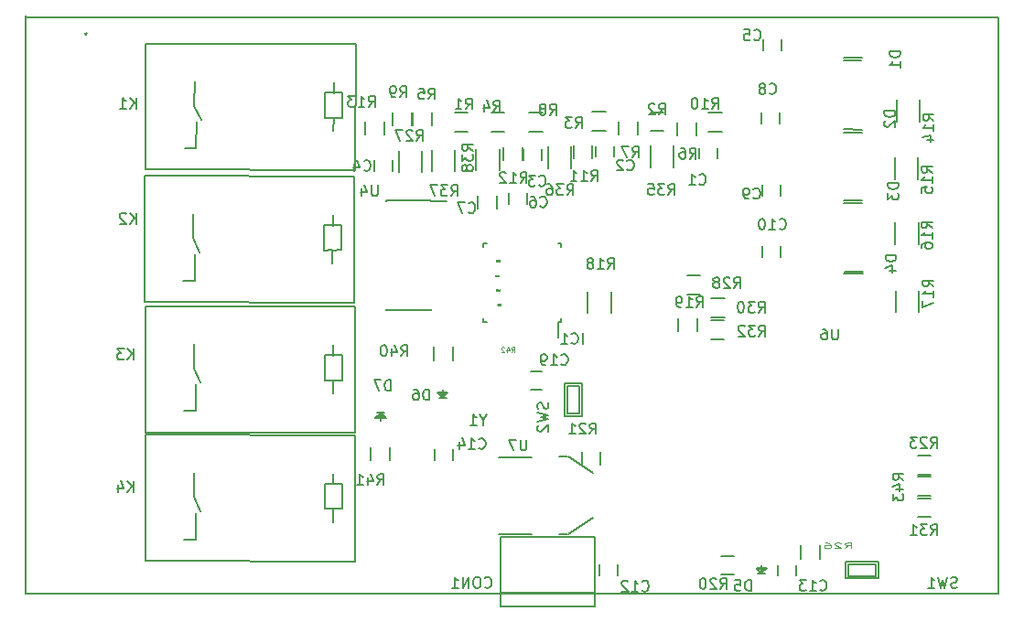
<source format=gbr>
G04 #@! TF.FileFunction,Legend,Bot*
%FSLAX46Y46*%
G04 Gerber Fmt 4.6, Leading zero omitted, Abs format (unit mm)*
G04 Created by KiCad (PCBNEW (after 2015-mar-04 BZR unknown)-product) date 4/3/2016 5:34:25 PM*
%MOMM*%
G01*
G04 APERTURE LIST*
%ADD10C,0.100000*%
%ADD11C,0.150000*%
%ADD12C,0.031750*%
%ADD13C,0.125000*%
%ADD14C,0.203200*%
G04 APERTURE END LIST*
D10*
D11*
X136621520Y-64681100D02*
X136601200Y-65026540D01*
X136601200Y-65026540D02*
X136618980Y-64825880D01*
X136908540Y-64696340D02*
X136347200Y-64686180D01*
X136347200Y-64686180D02*
X137091420Y-64800480D01*
X137091420Y-64800480D02*
X136149080Y-64808100D01*
X136149080Y-64808100D02*
X136286240Y-64658240D01*
X136491840Y-64575360D02*
X136741840Y-64575360D01*
X136317660Y-64651560D02*
X136167660Y-64801560D01*
X136974060Y-64269100D02*
X136274060Y-64269100D01*
X136613900Y-64716660D02*
X136613900Y-64366660D01*
X136235440Y-64705980D02*
X136585440Y-64355980D01*
X136963900Y-64813180D02*
X136263900Y-64813180D01*
X136683000Y-64389000D02*
X137033000Y-64739000D01*
X142372080Y-62542420D02*
X142392400Y-62196980D01*
X142392400Y-62196980D02*
X142374620Y-62397640D01*
X142085060Y-62527180D02*
X142646400Y-62537340D01*
X142646400Y-62537340D02*
X141902180Y-62423040D01*
X141902180Y-62423040D02*
X142844520Y-62415420D01*
X142844520Y-62415420D02*
X142707360Y-62565280D01*
X142501760Y-62648160D02*
X142251760Y-62648160D01*
X142675940Y-62571960D02*
X142825940Y-62421960D01*
X142019540Y-62954420D02*
X142719540Y-62954420D01*
X142379700Y-62506860D02*
X142379700Y-62856860D01*
X142758160Y-62517540D02*
X142408160Y-62867540D01*
X142029700Y-62410340D02*
X142729700Y-62410340D01*
X142310600Y-62834520D02*
X141960600Y-62484520D01*
X171851320Y-78826360D02*
X171871640Y-78480920D01*
X171871640Y-78480920D02*
X171853860Y-78681580D01*
X171564300Y-78811120D02*
X172125640Y-78821280D01*
X172125640Y-78821280D02*
X171381420Y-78706980D01*
X171381420Y-78706980D02*
X172323760Y-78699360D01*
X172323760Y-78699360D02*
X172186600Y-78849220D01*
X171981000Y-78932100D02*
X171731000Y-78932100D01*
X172155180Y-78855900D02*
X172305180Y-78705900D01*
X171498780Y-79238360D02*
X172198780Y-79238360D01*
X171858940Y-78790800D02*
X171858940Y-79140800D01*
X172237400Y-78801480D02*
X171887400Y-79151480D01*
X171508940Y-78694280D02*
X172208940Y-78694280D01*
X171789840Y-79118460D02*
X171439840Y-78768460D01*
X156400380Y-82245040D02*
X147700380Y-82245040D01*
X156400380Y-75840040D02*
X147700380Y-75840040D01*
X147700380Y-75840040D02*
X147700380Y-82245040D01*
X147700380Y-81015040D02*
X156400380Y-81015040D01*
X156400380Y-82245040D02*
X156400380Y-75840040D01*
X179925610Y-79417220D02*
X182425610Y-79417220D01*
X182425610Y-79417220D02*
X182425610Y-78317220D01*
X182425610Y-78317220D02*
X179925610Y-78317220D01*
X179925610Y-78317220D02*
X179925610Y-79417220D01*
X179675610Y-78067220D02*
X182675610Y-78067220D01*
X179675610Y-79667220D02*
X182675610Y-79667220D01*
X182675610Y-79667220D02*
X182675610Y-78067220D01*
X179675610Y-79667220D02*
X179675610Y-78067220D01*
X155007620Y-64371590D02*
X155007620Y-61871590D01*
X155007620Y-61871590D02*
X153907620Y-61871590D01*
X153907620Y-61871590D02*
X153907620Y-64371590D01*
X153907620Y-64371590D02*
X155007620Y-64371590D01*
X153657620Y-64621590D02*
X153657620Y-61621590D01*
X155257620Y-64621590D02*
X155257620Y-61621590D01*
X155257620Y-61621590D02*
X153657620Y-61621590D01*
X155257620Y-64621590D02*
X153657620Y-64621590D01*
X150581360Y-75529440D02*
X147533360Y-75529440D01*
X147533360Y-68417440D02*
X150581360Y-68417440D01*
X153121360Y-75529440D02*
X153883360Y-75529440D01*
X153944320Y-75570080D02*
X156230320Y-74046080D01*
X156255720Y-69918580D02*
X153969720Y-68394580D01*
X153865580Y-68371720D02*
X153103580Y-68371720D01*
X149827880Y-40916480D02*
X149827880Y-39916480D01*
X151527880Y-39916480D02*
X151527880Y-40916480D01*
X181226460Y-51224180D02*
X179519580Y-51224180D01*
X181211220Y-51422300D02*
X179481480Y-51429920D01*
X181160420Y-44673520D02*
X179499260Y-44673520D01*
X181137560Y-44909740D02*
X179438300Y-44917360D01*
X181140100Y-31432500D02*
X179428140Y-31427420D01*
X181104540Y-31722060D02*
X179443380Y-31722060D01*
X181183280Y-38105080D02*
X179453540Y-38097460D01*
X181183280Y-38364160D02*
X179430680Y-38356540D01*
X103784400Y-81064100D02*
X193802000Y-81064100D01*
X193802000Y-81064100D02*
X193802000Y-27698700D01*
X193802000Y-27698700D02*
X103809800Y-27698700D01*
X103809800Y-27698700D02*
X103759000Y-81064100D01*
X103759000Y-27520900D02*
X103733600Y-81038700D01*
X156553800Y-40632000D02*
X156553800Y-39632000D01*
X158253800Y-39632000D02*
X158253800Y-40632000D01*
X157945400Y-55089300D02*
X157945400Y-53089300D01*
X155795400Y-53089300D02*
X155795400Y-55089300D01*
X141365660Y-39965120D02*
X141365660Y-41965120D01*
X143515660Y-41965120D02*
X143515660Y-39965120D01*
X148009640Y-39775840D02*
X148009640Y-40975840D01*
X149759640Y-40975840D02*
X149759640Y-39775840D01*
X166119440Y-40794560D02*
X166119440Y-39794560D01*
X167819440Y-39794560D02*
X167819440Y-40794560D01*
X136005200Y-41973120D02*
X136005200Y-40973120D01*
X137705200Y-40973120D02*
X137705200Y-41973120D01*
X173742720Y-29786960D02*
X173742720Y-30786960D01*
X172042720Y-30786960D02*
X172042720Y-29786960D01*
X148461360Y-45021120D02*
X148461360Y-44021120D01*
X150161360Y-44021120D02*
X150161360Y-45021120D01*
X173575080Y-36520500D02*
X173575080Y-37520500D01*
X171875080Y-37520500D02*
X171875080Y-36520500D01*
X173633500Y-43200700D02*
X173633500Y-44200700D01*
X171933500Y-44200700D02*
X171933500Y-43200700D01*
X173658900Y-48869980D02*
X173658900Y-49869980D01*
X171958900Y-49869980D02*
X171958900Y-48869980D01*
X158550000Y-78400000D02*
X158550000Y-79400000D01*
X156850000Y-79400000D02*
X156850000Y-78400000D01*
X175058440Y-78412720D02*
X175058440Y-79412720D01*
X173358440Y-79412720D02*
X173358440Y-78412720D01*
X141593200Y-68673600D02*
X141593200Y-67673600D01*
X143293200Y-67673600D02*
X143293200Y-68673600D01*
X150543640Y-60478300D02*
X151543640Y-60478300D01*
X151543640Y-62178300D02*
X150543640Y-62178300D01*
X153332600Y-55923600D02*
X153007600Y-55923600D01*
X153332600Y-48673600D02*
X153007600Y-48673600D01*
X146082600Y-48673600D02*
X146407600Y-48673600D01*
X146082600Y-55923600D02*
X146407600Y-55923600D01*
X153332600Y-55923600D02*
X153332600Y-55598600D01*
X146082600Y-55923600D02*
X146082600Y-55598600D01*
X146082600Y-48673600D02*
X146082600Y-48998600D01*
X153332600Y-48673600D02*
X153332600Y-48998600D01*
X153007600Y-55923600D02*
X153007600Y-57348600D01*
X144663720Y-36523960D02*
X143463720Y-36523960D01*
X143463720Y-38273960D02*
X144663720Y-38273960D01*
X161604400Y-38263800D02*
X162804400Y-38263800D01*
X162804400Y-36513800D02*
X161604400Y-36513800D01*
X156219600Y-38238400D02*
X157419600Y-38238400D01*
X157419600Y-36488400D02*
X156219600Y-36488400D01*
X146892720Y-38289200D02*
X148092720Y-38289200D01*
X148092720Y-36539200D02*
X146892720Y-36539200D01*
X141375000Y-37700000D02*
X141375000Y-36500000D01*
X139625000Y-36500000D02*
X139625000Y-37700000D01*
X165797200Y-38623800D02*
X165797200Y-37423800D01*
X164047200Y-37423800D02*
X164047200Y-38623800D01*
X160387000Y-38598400D02*
X160387000Y-37398400D01*
X158637000Y-37398400D02*
X158637000Y-38598400D01*
X151577600Y-36534120D02*
X150377600Y-36534120D01*
X150377600Y-38284120D02*
X151577600Y-38284120D01*
X139475000Y-37700000D02*
X139475000Y-36500000D01*
X137725000Y-36500000D02*
X137725000Y-37700000D01*
X166963800Y-38289200D02*
X168163800Y-38289200D01*
X168163800Y-36539200D02*
X166963800Y-36539200D01*
X154471400Y-39582800D02*
X154471400Y-40782800D01*
X156221400Y-40782800D02*
X156221400Y-39582800D01*
X135225000Y-37400000D02*
X135225000Y-38600000D01*
X136975000Y-38600000D02*
X136975000Y-37400000D01*
X164174200Y-55559400D02*
X164174200Y-56759400D01*
X165924200Y-56759400D02*
X165924200Y-55559400D01*
X168137280Y-79315280D02*
X169337280Y-79315280D01*
X169337280Y-77565280D02*
X168137280Y-77565280D01*
X156973240Y-69159680D02*
X156973240Y-67959680D01*
X155223240Y-67959680D02*
X155223240Y-69159680D01*
X166147040Y-51611560D02*
X164947040Y-51611560D01*
X164947040Y-53361560D02*
X166147040Y-53361560D01*
X168422880Y-53724840D02*
X167222880Y-53724840D01*
X167222880Y-55474840D02*
X168422880Y-55474840D01*
X168402560Y-55777160D02*
X167202560Y-55777160D01*
X167202560Y-57527160D02*
X168402560Y-57527160D01*
X141317800Y-44658200D02*
X141317800Y-44763200D01*
X137167800Y-44658200D02*
X137167800Y-44763200D01*
X137167800Y-54808200D02*
X137167800Y-54703200D01*
X141317800Y-54808200D02*
X141317800Y-54703200D01*
X141317800Y-44658200D02*
X137167800Y-44658200D01*
X141317800Y-54808200D02*
X137167800Y-54808200D01*
X141317800Y-44763200D02*
X142692800Y-44763200D01*
X161561200Y-39614600D02*
X161561200Y-41614600D01*
X163711200Y-41614600D02*
X163711200Y-39614600D01*
X152117480Y-39675560D02*
X152117480Y-41675560D01*
X154267480Y-41675560D02*
X154267480Y-39675560D01*
X145457600Y-39888920D02*
X145457600Y-41888920D01*
X147607600Y-41888920D02*
X147607600Y-39888920D01*
X147341560Y-45446240D02*
X147341560Y-44246240D01*
X145591560Y-44246240D02*
X145591560Y-45446240D01*
X140444800Y-42056560D02*
X140444800Y-40056560D01*
X138294800Y-40056560D02*
X138294800Y-42056560D01*
X175502600Y-76616000D02*
X175502600Y-77816000D01*
X177252600Y-77816000D02*
X177252600Y-76616000D01*
X143313120Y-59441640D02*
X143313120Y-58241640D01*
X141563120Y-58241640D02*
X141563120Y-59441640D01*
X132293360Y-34739580D02*
X132285740Y-33754060D01*
X132262880Y-38244780D02*
X132270500Y-37017960D01*
X132270500Y-37017960D02*
X133101080Y-37010340D01*
X133101080Y-37010340D02*
X133101080Y-34671000D01*
X133101080Y-34671000D02*
X131493260Y-34693860D01*
X131493260Y-34693860D02*
X131493260Y-36957000D01*
X131493260Y-36957000D02*
X131500880Y-36987480D01*
X131500880Y-36987480D02*
X131500880Y-37017960D01*
X131500880Y-37017960D02*
X132283200Y-37007800D01*
X119395240Y-33677860D02*
X119392700Y-35910520D01*
X119392700Y-35910520D02*
X119989600Y-37223700D01*
X118465600Y-39850060D02*
X119560340Y-39850060D01*
X119560340Y-39850060D02*
X119565420Y-37378640D01*
X114896900Y-30144720D02*
X134302500Y-30170120D01*
X134302500Y-30170120D02*
X134272020Y-41859200D01*
X134272020Y-41859200D02*
X114894360Y-41818560D01*
X114894360Y-41818560D02*
X114884200Y-30147260D01*
X132186680Y-47002700D02*
X132179060Y-46017180D01*
X132156200Y-50507900D02*
X132163820Y-49281080D01*
X132163820Y-49281080D02*
X132994400Y-49273460D01*
X132994400Y-49273460D02*
X132994400Y-46934120D01*
X132994400Y-46934120D02*
X131386580Y-46956980D01*
X131386580Y-46956980D02*
X131386580Y-49220120D01*
X131386580Y-49220120D02*
X131394200Y-49250600D01*
X131394200Y-49250600D02*
X131394200Y-49281080D01*
X131394200Y-49281080D02*
X132176520Y-49270920D01*
X119288560Y-45940980D02*
X119286020Y-48173640D01*
X119286020Y-48173640D02*
X119882920Y-49486820D01*
X118358920Y-52113180D02*
X119453660Y-52113180D01*
X119453660Y-52113180D02*
X119458740Y-49641760D01*
X114790220Y-42407840D02*
X134195820Y-42433240D01*
X134195820Y-42433240D02*
X134165340Y-54122320D01*
X134165340Y-54122320D02*
X114787680Y-54081680D01*
X114787680Y-54081680D02*
X114777520Y-42410380D01*
X132237480Y-59047380D02*
X132229860Y-58061860D01*
X132207000Y-62552580D02*
X132214620Y-61325760D01*
X132214620Y-61325760D02*
X133045200Y-61318140D01*
X133045200Y-61318140D02*
X133045200Y-58978800D01*
X133045200Y-58978800D02*
X131437380Y-59001660D01*
X131437380Y-59001660D02*
X131437380Y-61264800D01*
X131437380Y-61264800D02*
X131445000Y-61295280D01*
X131445000Y-61295280D02*
X131445000Y-61325760D01*
X131445000Y-61325760D02*
X132227320Y-61315600D01*
X119339360Y-57985660D02*
X119336820Y-60218320D01*
X119336820Y-60218320D02*
X119933720Y-61531500D01*
X118409720Y-64157860D02*
X119504460Y-64157860D01*
X119504460Y-64157860D02*
X119509540Y-61686440D01*
X114841020Y-54452520D02*
X134246620Y-54477920D01*
X134246620Y-54477920D02*
X134216140Y-66167000D01*
X134216140Y-66167000D02*
X114838480Y-66126360D01*
X114838480Y-66126360D02*
X114828320Y-54455060D01*
X132237480Y-70949820D02*
X132229860Y-69964300D01*
X132207000Y-74455020D02*
X132214620Y-73228200D01*
X132214620Y-73228200D02*
X133045200Y-73220580D01*
X133045200Y-73220580D02*
X133045200Y-70881240D01*
X133045200Y-70881240D02*
X131437380Y-70904100D01*
X131437380Y-70904100D02*
X131437380Y-73167240D01*
X131437380Y-73167240D02*
X131445000Y-73197720D01*
X131445000Y-73197720D02*
X131445000Y-73228200D01*
X131445000Y-73228200D02*
X132227320Y-73218040D01*
X119339360Y-69888100D02*
X119336820Y-72120760D01*
X119336820Y-72120760D02*
X119933720Y-73433940D01*
X118409720Y-76060300D02*
X119504460Y-76060300D01*
X119504460Y-76060300D02*
X119509540Y-73588880D01*
X114841020Y-66354960D02*
X134246620Y-66380360D01*
X134246620Y-66380360D02*
X134216140Y-78069440D01*
X134216140Y-78069440D02*
X114838480Y-78028800D01*
X114838480Y-78028800D02*
X114828320Y-66357500D01*
X184365320Y-35352480D02*
X184365320Y-37352480D01*
X186515320Y-37352480D02*
X186515320Y-35352480D01*
X184195140Y-40686480D02*
X184195140Y-42686480D01*
X186345140Y-42686480D02*
X186345140Y-40686480D01*
X184243400Y-46701200D02*
X184243400Y-48701200D01*
X186393400Y-48701200D02*
X186393400Y-46701200D01*
X184251020Y-53008020D02*
X184251020Y-55008020D01*
X186401020Y-55008020D02*
X186401020Y-53008020D01*
X186300000Y-71975000D02*
X187500000Y-71975000D01*
X187500000Y-70225000D02*
X186300000Y-70225000D01*
X187500000Y-72225000D02*
X186300000Y-72225000D01*
X186300000Y-73975000D02*
X187500000Y-73975000D01*
X187500000Y-68325000D02*
X186300000Y-68325000D01*
X186300000Y-70075000D02*
X187500000Y-70075000D01*
X135725000Y-67500000D02*
X135725000Y-68700000D01*
X137475000Y-68700000D02*
X137475000Y-67500000D01*
X137562815Y-62296301D02*
X137562815Y-61296301D01*
X137324720Y-61296301D01*
X137181862Y-61343920D01*
X137086624Y-61439158D01*
X137039005Y-61534396D01*
X136991386Y-61724872D01*
X136991386Y-61867730D01*
X137039005Y-62058206D01*
X137086624Y-62153444D01*
X137181862Y-62248682D01*
X137324720Y-62296301D01*
X137562815Y-62296301D01*
X136658053Y-61296301D02*
X135991386Y-61296301D01*
X136419958Y-62296301D01*
X141113735Y-63149741D02*
X141113735Y-62149741D01*
X140875640Y-62149741D01*
X140732782Y-62197360D01*
X140637544Y-62292598D01*
X140589925Y-62387836D01*
X140542306Y-62578312D01*
X140542306Y-62721170D01*
X140589925Y-62911646D01*
X140637544Y-63006884D01*
X140732782Y-63102122D01*
X140875640Y-63149741D01*
X141113735Y-63149741D01*
X139685163Y-62149741D02*
X139875640Y-62149741D01*
X139970878Y-62197360D01*
X140018497Y-62244979D01*
X140113735Y-62387836D01*
X140161354Y-62578312D01*
X140161354Y-62959265D01*
X140113735Y-63054503D01*
X140066116Y-63102122D01*
X139970878Y-63149741D01*
X139780401Y-63149741D01*
X139685163Y-63102122D01*
X139637544Y-63054503D01*
X139589925Y-62959265D01*
X139589925Y-62721170D01*
X139637544Y-62625931D01*
X139685163Y-62578312D01*
X139780401Y-62530693D01*
X139970878Y-62530693D01*
X140066116Y-62578312D01*
X140113735Y-62625931D01*
X140161354Y-62721170D01*
X170877455Y-80812901D02*
X170877455Y-79812901D01*
X170639360Y-79812901D01*
X170496502Y-79860520D01*
X170401264Y-79955758D01*
X170353645Y-80050996D01*
X170306026Y-80241472D01*
X170306026Y-80384330D01*
X170353645Y-80574806D01*
X170401264Y-80670044D01*
X170496502Y-80765282D01*
X170639360Y-80812901D01*
X170877455Y-80812901D01*
X169401264Y-79812901D02*
X169877455Y-79812901D01*
X169925074Y-80289091D01*
X169877455Y-80241472D01*
X169782217Y-80193853D01*
X169544121Y-80193853D01*
X169448883Y-80241472D01*
X169401264Y-80289091D01*
X169353645Y-80384330D01*
X169353645Y-80622425D01*
X169401264Y-80717663D01*
X169448883Y-80765282D01*
X169544121Y-80812901D01*
X169782217Y-80812901D01*
X169877455Y-80765282D01*
X169925074Y-80717663D01*
X146258445Y-80438263D02*
X146306064Y-80485882D01*
X146448921Y-80533501D01*
X146544159Y-80533501D01*
X146687017Y-80485882D01*
X146782255Y-80390644D01*
X146829874Y-80295406D01*
X146877493Y-80104930D01*
X146877493Y-79962072D01*
X146829874Y-79771596D01*
X146782255Y-79676358D01*
X146687017Y-79581120D01*
X146544159Y-79533501D01*
X146448921Y-79533501D01*
X146306064Y-79581120D01*
X146258445Y-79628739D01*
X145639398Y-79533501D02*
X145448921Y-79533501D01*
X145353683Y-79581120D01*
X145258445Y-79676358D01*
X145210826Y-79866834D01*
X145210826Y-80200168D01*
X145258445Y-80390644D01*
X145353683Y-80485882D01*
X145448921Y-80533501D01*
X145639398Y-80533501D01*
X145734636Y-80485882D01*
X145829874Y-80390644D01*
X145877493Y-80200168D01*
X145877493Y-79866834D01*
X145829874Y-79676358D01*
X145734636Y-79581120D01*
X145639398Y-79533501D01*
X144782255Y-80533501D02*
X144782255Y-79533501D01*
X144210826Y-80533501D01*
X144210826Y-79533501D01*
X143210826Y-80533501D02*
X143782255Y-80533501D01*
X143496541Y-80533501D02*
X143496541Y-79533501D01*
X143591779Y-79676358D01*
X143687017Y-79771596D01*
X143782255Y-79819215D01*
X146094391Y-64974790D02*
X146094391Y-65450981D01*
X146427724Y-64450981D02*
X146094391Y-64974790D01*
X145761057Y-64450981D01*
X144903914Y-65450981D02*
X145475343Y-65450981D01*
X145189629Y-65450981D02*
X145189629Y-64450981D01*
X145284867Y-64593838D01*
X145380105Y-64689076D01*
X145475343Y-64736695D01*
D12*
X147541342Y-50324052D02*
X147583676Y-50263576D01*
X147613914Y-50324052D02*
X147613914Y-50197052D01*
X147565533Y-50197052D01*
X147553438Y-50203100D01*
X147547390Y-50209148D01*
X147541342Y-50221243D01*
X147541342Y-50239386D01*
X147547390Y-50251481D01*
X147553438Y-50257529D01*
X147565533Y-50263576D01*
X147613914Y-50263576D01*
X147492962Y-50209148D02*
X147486914Y-50203100D01*
X147474819Y-50197052D01*
X147444581Y-50197052D01*
X147432485Y-50203100D01*
X147426438Y-50209148D01*
X147420390Y-50221243D01*
X147420390Y-50233338D01*
X147426438Y-50251481D01*
X147499009Y-50324052D01*
X147420390Y-50324052D01*
X147372010Y-50209148D02*
X147365962Y-50203100D01*
X147353867Y-50197052D01*
X147323629Y-50197052D01*
X147311533Y-50203100D01*
X147305486Y-50209148D01*
X147299438Y-50221243D01*
X147299438Y-50233338D01*
X147305486Y-50251481D01*
X147378057Y-50324052D01*
X147299438Y-50324052D01*
D11*
X189958813Y-80490962D02*
X189815956Y-80538581D01*
X189577860Y-80538581D01*
X189482622Y-80490962D01*
X189435003Y-80443343D01*
X189387384Y-80348105D01*
X189387384Y-80252867D01*
X189435003Y-80157629D01*
X189482622Y-80110010D01*
X189577860Y-80062390D01*
X189768337Y-80014771D01*
X189863575Y-79967152D01*
X189911194Y-79919533D01*
X189958813Y-79824295D01*
X189958813Y-79729057D01*
X189911194Y-79633819D01*
X189863575Y-79586200D01*
X189768337Y-79538581D01*
X189530241Y-79538581D01*
X189387384Y-79586200D01*
X189054051Y-79538581D02*
X188815956Y-80538581D01*
X188625479Y-79824295D01*
X188435003Y-80538581D01*
X188196908Y-79538581D01*
X187292146Y-80538581D02*
X187863575Y-80538581D01*
X187577861Y-80538581D02*
X187577861Y-79538581D01*
X187673099Y-79681438D01*
X187768337Y-79776676D01*
X187863575Y-79824295D01*
X152080862Y-63398567D02*
X152128481Y-63541424D01*
X152128481Y-63779520D01*
X152080862Y-63874758D01*
X152033243Y-63922377D01*
X151938005Y-63969996D01*
X151842767Y-63969996D01*
X151747529Y-63922377D01*
X151699910Y-63874758D01*
X151652290Y-63779520D01*
X151604671Y-63589043D01*
X151557052Y-63493805D01*
X151509433Y-63446186D01*
X151414195Y-63398567D01*
X151318957Y-63398567D01*
X151223719Y-63446186D01*
X151176100Y-63493805D01*
X151128481Y-63589043D01*
X151128481Y-63827139D01*
X151176100Y-63969996D01*
X151128481Y-64303329D02*
X152128481Y-64541424D01*
X151414195Y-64731901D01*
X152128481Y-64922377D01*
X151128481Y-65160472D01*
X151223719Y-65493805D02*
X151176100Y-65541424D01*
X151128481Y-65636662D01*
X151128481Y-65874758D01*
X151176100Y-65969996D01*
X151223719Y-66017615D01*
X151318957Y-66065234D01*
X151414195Y-66065234D01*
X151557052Y-66017615D01*
X152128481Y-65446186D01*
X152128481Y-66065234D01*
D13*
X148713308Y-58732550D02*
X148879975Y-58494455D01*
X148999022Y-58732550D02*
X148999022Y-58232550D01*
X148808546Y-58232550D01*
X148760927Y-58256360D01*
X148737118Y-58280170D01*
X148713308Y-58327789D01*
X148713308Y-58399217D01*
X148737118Y-58446836D01*
X148760927Y-58470646D01*
X148808546Y-58494455D01*
X148999022Y-58494455D01*
X148284737Y-58399217D02*
X148284737Y-58732550D01*
X148403784Y-58208741D02*
X148522832Y-58565884D01*
X148213308Y-58565884D01*
X148046642Y-58280170D02*
X148022832Y-58256360D01*
X147975213Y-58232550D01*
X147856166Y-58232550D01*
X147808547Y-58256360D01*
X147784737Y-58280170D01*
X147760928Y-58327789D01*
X147760928Y-58375408D01*
X147784737Y-58446836D01*
X148070451Y-58732550D01*
X147760928Y-58732550D01*
D11*
X150113905Y-66813181D02*
X150113905Y-67622705D01*
X150066286Y-67717943D01*
X150018667Y-67765562D01*
X149923429Y-67813181D01*
X149732952Y-67813181D01*
X149637714Y-67765562D01*
X149590095Y-67717943D01*
X149542476Y-67622705D01*
X149542476Y-66813181D01*
X149161524Y-66813181D02*
X148494857Y-66813181D01*
X148923429Y-67813181D01*
D12*
X147477842Y-51708352D02*
X147520176Y-51647876D01*
X147550414Y-51708352D02*
X147550414Y-51581352D01*
X147502033Y-51581352D01*
X147489938Y-51587400D01*
X147483890Y-51593448D01*
X147477842Y-51605543D01*
X147477842Y-51623686D01*
X147483890Y-51635781D01*
X147489938Y-51641829D01*
X147502033Y-51647876D01*
X147550414Y-51647876D01*
X147429462Y-51593448D02*
X147423414Y-51587400D01*
X147411319Y-51581352D01*
X147381081Y-51581352D01*
X147368985Y-51587400D01*
X147362938Y-51593448D01*
X147356890Y-51605543D01*
X147356890Y-51617638D01*
X147362938Y-51635781D01*
X147435509Y-51708352D01*
X147356890Y-51708352D01*
X147248033Y-51623686D02*
X147248033Y-51708352D01*
X147278271Y-51575305D02*
X147308510Y-51666019D01*
X147229890Y-51666019D01*
X147566742Y-53041852D02*
X147609076Y-52981376D01*
X147639314Y-53041852D02*
X147639314Y-52914852D01*
X147590933Y-52914852D01*
X147578838Y-52920900D01*
X147572790Y-52926948D01*
X147566742Y-52939043D01*
X147566742Y-52957186D01*
X147572790Y-52969281D01*
X147578838Y-52975329D01*
X147590933Y-52981376D01*
X147639314Y-52981376D01*
X147518362Y-52926948D02*
X147512314Y-52920900D01*
X147500219Y-52914852D01*
X147469981Y-52914852D01*
X147457885Y-52920900D01*
X147451838Y-52926948D01*
X147445790Y-52939043D01*
X147445790Y-52951138D01*
X147451838Y-52969281D01*
X147524409Y-53041852D01*
X147445790Y-53041852D01*
X147330886Y-52914852D02*
X147391362Y-52914852D01*
X147397410Y-52975329D01*
X147391362Y-52969281D01*
X147379267Y-52963233D01*
X147349029Y-52963233D01*
X147336933Y-52969281D01*
X147330886Y-52975329D01*
X147324838Y-52987424D01*
X147324838Y-53017662D01*
X147330886Y-53029757D01*
X147336933Y-53035805D01*
X147349029Y-53041852D01*
X147379267Y-53041852D01*
X147391362Y-53035805D01*
X147397410Y-53029757D01*
X147655642Y-54375352D02*
X147697976Y-54314876D01*
X147728214Y-54375352D02*
X147728214Y-54248352D01*
X147679833Y-54248352D01*
X147667738Y-54254400D01*
X147661690Y-54260448D01*
X147655642Y-54272543D01*
X147655642Y-54290686D01*
X147661690Y-54302781D01*
X147667738Y-54308829D01*
X147679833Y-54314876D01*
X147728214Y-54314876D01*
X147607262Y-54260448D02*
X147601214Y-54254400D01*
X147589119Y-54248352D01*
X147558881Y-54248352D01*
X147546785Y-54254400D01*
X147540738Y-54260448D01*
X147534690Y-54272543D01*
X147534690Y-54284638D01*
X147540738Y-54302781D01*
X147613309Y-54375352D01*
X147534690Y-54375352D01*
X147474214Y-54375352D02*
X147450024Y-54375352D01*
X147437929Y-54369305D01*
X147431881Y-54363257D01*
X147419786Y-54345114D01*
X147413738Y-54320924D01*
X147413738Y-54272543D01*
X147419786Y-54260448D01*
X147425833Y-54254400D01*
X147437929Y-54248352D01*
X147462119Y-54248352D01*
X147474214Y-54254400D01*
X147480262Y-54260448D01*
X147486310Y-54272543D01*
X147486310Y-54302781D01*
X147480262Y-54314876D01*
X147474214Y-54320924D01*
X147462119Y-54326971D01*
X147437929Y-54326971D01*
X147425833Y-54320924D01*
X147419786Y-54314876D01*
X147413738Y-54302781D01*
D11*
X151266666Y-43257143D02*
X151314285Y-43304762D01*
X151457142Y-43352381D01*
X151552380Y-43352381D01*
X151695238Y-43304762D01*
X151790476Y-43209524D01*
X151838095Y-43114286D01*
X151885714Y-42923810D01*
X151885714Y-42780952D01*
X151838095Y-42590476D01*
X151790476Y-42495238D01*
X151695238Y-42400000D01*
X151552380Y-42352381D01*
X151457142Y-42352381D01*
X151314285Y-42400000D01*
X151266666Y-42447619D01*
X150933333Y-42352381D02*
X150314285Y-42352381D01*
X150647619Y-42733333D01*
X150504761Y-42733333D01*
X150409523Y-42780952D01*
X150361904Y-42828571D01*
X150314285Y-42923810D01*
X150314285Y-43161905D01*
X150361904Y-43257143D01*
X150409523Y-43304762D01*
X150504761Y-43352381D01*
X150790476Y-43352381D01*
X150885714Y-43304762D01*
X150933333Y-43257143D01*
X184328061Y-49736785D02*
X183328061Y-49736785D01*
X183328061Y-49974880D01*
X183375680Y-50117738D01*
X183470918Y-50212976D01*
X183566156Y-50260595D01*
X183756632Y-50308214D01*
X183899490Y-50308214D01*
X184089966Y-50260595D01*
X184185204Y-50212976D01*
X184280442Y-50117738D01*
X184328061Y-49974880D01*
X184328061Y-49736785D01*
X183661394Y-51165357D02*
X184328061Y-51165357D01*
X183280442Y-50927261D02*
X183994728Y-50689166D01*
X183994728Y-51308214D01*
X184531261Y-43071825D02*
X183531261Y-43071825D01*
X183531261Y-43309920D01*
X183578880Y-43452778D01*
X183674118Y-43548016D01*
X183769356Y-43595635D01*
X183959832Y-43643254D01*
X184102690Y-43643254D01*
X184293166Y-43595635D01*
X184388404Y-43548016D01*
X184483642Y-43452778D01*
X184531261Y-43309920D01*
X184531261Y-43071825D01*
X183531261Y-43976587D02*
X183531261Y-44595635D01*
X183912213Y-44262301D01*
X183912213Y-44405159D01*
X183959832Y-44500397D01*
X184007451Y-44548016D01*
X184102690Y-44595635D01*
X184340785Y-44595635D01*
X184436023Y-44548016D01*
X184483642Y-44500397D01*
X184531261Y-44405159D01*
X184531261Y-44119444D01*
X184483642Y-44024206D01*
X184436023Y-43976587D01*
X184693821Y-30879825D02*
X183693821Y-30879825D01*
X183693821Y-31117920D01*
X183741440Y-31260778D01*
X183836678Y-31356016D01*
X183931916Y-31403635D01*
X184122392Y-31451254D01*
X184265250Y-31451254D01*
X184455726Y-31403635D01*
X184550964Y-31356016D01*
X184646202Y-31260778D01*
X184693821Y-31117920D01*
X184693821Y-30879825D01*
X184693821Y-32403635D02*
X184693821Y-31832206D01*
X184693821Y-32117920D02*
X183693821Y-32117920D01*
X183836678Y-32022682D01*
X183931916Y-31927444D01*
X183979535Y-31832206D01*
X184226461Y-36366225D02*
X183226461Y-36366225D01*
X183226461Y-36604320D01*
X183274080Y-36747178D01*
X183369318Y-36842416D01*
X183464556Y-36890035D01*
X183655032Y-36937654D01*
X183797890Y-36937654D01*
X183988366Y-36890035D01*
X184083604Y-36842416D01*
X184178842Y-36747178D01*
X184226461Y-36604320D01*
X184226461Y-36366225D01*
X183321699Y-37318606D02*
X183274080Y-37366225D01*
X183226461Y-37461463D01*
X183226461Y-37699559D01*
X183274080Y-37794797D01*
X183321699Y-37842416D01*
X183416937Y-37890035D01*
X183512175Y-37890035D01*
X183655032Y-37842416D01*
X184226461Y-37270987D01*
X184226461Y-37890035D01*
D14*
X109357160Y-29175891D02*
X109296684Y-29236368D01*
X109357160Y-29296844D01*
X109417636Y-29236368D01*
X109357160Y-29175891D01*
X109357160Y-29296844D01*
D11*
X159424666Y-41809943D02*
X159472285Y-41857562D01*
X159615142Y-41905181D01*
X159710380Y-41905181D01*
X159853238Y-41857562D01*
X159948476Y-41762324D01*
X159996095Y-41667086D01*
X160043714Y-41476610D01*
X160043714Y-41333752D01*
X159996095Y-41143276D01*
X159948476Y-41048038D01*
X159853238Y-40952800D01*
X159710380Y-40905181D01*
X159615142Y-40905181D01*
X159472285Y-40952800D01*
X159424666Y-41000419D01*
X159043714Y-41000419D02*
X158996095Y-40952800D01*
X158900857Y-40905181D01*
X158662761Y-40905181D01*
X158567523Y-40952800D01*
X158519904Y-41000419D01*
X158472285Y-41095657D01*
X158472285Y-41190895D01*
X158519904Y-41333752D01*
X159091333Y-41905181D01*
X158472285Y-41905181D01*
X157630097Y-51003461D02*
X157963431Y-50527270D01*
X158201526Y-51003461D02*
X158201526Y-50003461D01*
X157820573Y-50003461D01*
X157725335Y-50051080D01*
X157677716Y-50098699D01*
X157630097Y-50193937D01*
X157630097Y-50336794D01*
X157677716Y-50432032D01*
X157725335Y-50479651D01*
X157820573Y-50527270D01*
X158201526Y-50527270D01*
X156677716Y-51003461D02*
X157249145Y-51003461D01*
X156963431Y-51003461D02*
X156963431Y-50003461D01*
X157058669Y-50146318D01*
X157153907Y-50241556D01*
X157249145Y-50289175D01*
X156106288Y-50432032D02*
X156201526Y-50384413D01*
X156249145Y-50336794D01*
X156296764Y-50241556D01*
X156296764Y-50193937D01*
X156249145Y-50098699D01*
X156201526Y-50051080D01*
X156106288Y-50003461D01*
X155915811Y-50003461D01*
X155820573Y-50051080D01*
X155772954Y-50098699D01*
X155725335Y-50193937D01*
X155725335Y-50241556D01*
X155772954Y-50336794D01*
X155820573Y-50384413D01*
X155915811Y-50432032D01*
X156106288Y-50432032D01*
X156201526Y-50479651D01*
X156249145Y-50527270D01*
X156296764Y-50622509D01*
X156296764Y-50812985D01*
X156249145Y-50908223D01*
X156201526Y-50955842D01*
X156106288Y-51003461D01*
X155915811Y-51003461D01*
X155820573Y-50955842D01*
X155772954Y-50908223D01*
X155725335Y-50812985D01*
X155725335Y-50622509D01*
X155772954Y-50527270D01*
X155820573Y-50479651D01*
X155915811Y-50432032D01*
X143142857Y-44252381D02*
X143476191Y-43776190D01*
X143714286Y-44252381D02*
X143714286Y-43252381D01*
X143333333Y-43252381D01*
X143238095Y-43300000D01*
X143190476Y-43347619D01*
X143142857Y-43442857D01*
X143142857Y-43585714D01*
X143190476Y-43680952D01*
X143238095Y-43728571D01*
X143333333Y-43776190D01*
X143714286Y-43776190D01*
X142809524Y-43252381D02*
X142190476Y-43252381D01*
X142523810Y-43633333D01*
X142380952Y-43633333D01*
X142285714Y-43680952D01*
X142238095Y-43728571D01*
X142190476Y-43823810D01*
X142190476Y-44061905D01*
X142238095Y-44157143D01*
X142285714Y-44204762D01*
X142380952Y-44252381D01*
X142666667Y-44252381D01*
X142761905Y-44204762D01*
X142809524Y-44157143D01*
X141857143Y-43252381D02*
X141190476Y-43252381D01*
X141619048Y-44252381D01*
X149542857Y-43052381D02*
X149876191Y-42576190D01*
X150114286Y-43052381D02*
X150114286Y-42052381D01*
X149733333Y-42052381D01*
X149638095Y-42100000D01*
X149590476Y-42147619D01*
X149542857Y-42242857D01*
X149542857Y-42385714D01*
X149590476Y-42480952D01*
X149638095Y-42528571D01*
X149733333Y-42576190D01*
X150114286Y-42576190D01*
X148590476Y-43052381D02*
X149161905Y-43052381D01*
X148876191Y-43052381D02*
X148876191Y-42052381D01*
X148971429Y-42195238D01*
X149066667Y-42290476D01*
X149161905Y-42338095D01*
X148209524Y-42147619D02*
X148161905Y-42100000D01*
X148066667Y-42052381D01*
X147828571Y-42052381D01*
X147733333Y-42100000D01*
X147685714Y-42147619D01*
X147638095Y-42242857D01*
X147638095Y-42338095D01*
X147685714Y-42480952D01*
X148257143Y-43052381D01*
X147638095Y-43052381D01*
X166099786Y-43135823D02*
X166147405Y-43183442D01*
X166290262Y-43231061D01*
X166385500Y-43231061D01*
X166528358Y-43183442D01*
X166623596Y-43088204D01*
X166671215Y-42992966D01*
X166718834Y-42802490D01*
X166718834Y-42659632D01*
X166671215Y-42469156D01*
X166623596Y-42373918D01*
X166528358Y-42278680D01*
X166385500Y-42231061D01*
X166290262Y-42231061D01*
X166147405Y-42278680D01*
X166099786Y-42326299D01*
X165147405Y-43231061D02*
X165718834Y-43231061D01*
X165433120Y-43231061D02*
X165433120Y-42231061D01*
X165528358Y-42373918D01*
X165623596Y-42469156D01*
X165718834Y-42516775D01*
X135066666Y-41857143D02*
X135114285Y-41904762D01*
X135257142Y-41952381D01*
X135352380Y-41952381D01*
X135495238Y-41904762D01*
X135590476Y-41809524D01*
X135638095Y-41714286D01*
X135685714Y-41523810D01*
X135685714Y-41380952D01*
X135638095Y-41190476D01*
X135590476Y-41095238D01*
X135495238Y-41000000D01*
X135352380Y-40952381D01*
X135257142Y-40952381D01*
X135114285Y-41000000D01*
X135066666Y-41047619D01*
X134209523Y-41285714D02*
X134209523Y-41952381D01*
X134447619Y-40904762D02*
X134685714Y-41619048D01*
X134066666Y-41619048D01*
X171166666Y-29757143D02*
X171214285Y-29804762D01*
X171357142Y-29852381D01*
X171452380Y-29852381D01*
X171595238Y-29804762D01*
X171690476Y-29709524D01*
X171738095Y-29614286D01*
X171785714Y-29423810D01*
X171785714Y-29280952D01*
X171738095Y-29090476D01*
X171690476Y-28995238D01*
X171595238Y-28900000D01*
X171452380Y-28852381D01*
X171357142Y-28852381D01*
X171214285Y-28900000D01*
X171166666Y-28947619D01*
X170261904Y-28852381D02*
X170738095Y-28852381D01*
X170785714Y-29328571D01*
X170738095Y-29280952D01*
X170642857Y-29233333D01*
X170404761Y-29233333D01*
X170309523Y-29280952D01*
X170261904Y-29328571D01*
X170214285Y-29423810D01*
X170214285Y-29661905D01*
X170261904Y-29757143D01*
X170309523Y-29804762D01*
X170404761Y-29852381D01*
X170642857Y-29852381D01*
X170738095Y-29804762D01*
X170785714Y-29757143D01*
X151377946Y-45203383D02*
X151425565Y-45251002D01*
X151568422Y-45298621D01*
X151663660Y-45298621D01*
X151806518Y-45251002D01*
X151901756Y-45155764D01*
X151949375Y-45060526D01*
X151996994Y-44870050D01*
X151996994Y-44727192D01*
X151949375Y-44536716D01*
X151901756Y-44441478D01*
X151806518Y-44346240D01*
X151663660Y-44298621D01*
X151568422Y-44298621D01*
X151425565Y-44346240D01*
X151377946Y-44393859D01*
X150520803Y-44298621D02*
X150711280Y-44298621D01*
X150806518Y-44346240D01*
X150854137Y-44393859D01*
X150949375Y-44536716D01*
X150996994Y-44727192D01*
X150996994Y-45108145D01*
X150949375Y-45203383D01*
X150901756Y-45251002D01*
X150806518Y-45298621D01*
X150616041Y-45298621D01*
X150520803Y-45251002D01*
X150473184Y-45203383D01*
X150425565Y-45108145D01*
X150425565Y-44870050D01*
X150473184Y-44774811D01*
X150520803Y-44727192D01*
X150616041Y-44679573D01*
X150806518Y-44679573D01*
X150901756Y-44727192D01*
X150949375Y-44774811D01*
X150996994Y-44870050D01*
X172586946Y-34736043D02*
X172634565Y-34783662D01*
X172777422Y-34831281D01*
X172872660Y-34831281D01*
X173015518Y-34783662D01*
X173110756Y-34688424D01*
X173158375Y-34593186D01*
X173205994Y-34402710D01*
X173205994Y-34259852D01*
X173158375Y-34069376D01*
X173110756Y-33974138D01*
X173015518Y-33878900D01*
X172872660Y-33831281D01*
X172777422Y-33831281D01*
X172634565Y-33878900D01*
X172586946Y-33926519D01*
X172015518Y-34259852D02*
X172110756Y-34212233D01*
X172158375Y-34164614D01*
X172205994Y-34069376D01*
X172205994Y-34021757D01*
X172158375Y-33926519D01*
X172110756Y-33878900D01*
X172015518Y-33831281D01*
X171825041Y-33831281D01*
X171729803Y-33878900D01*
X171682184Y-33926519D01*
X171634565Y-34021757D01*
X171634565Y-34069376D01*
X171682184Y-34164614D01*
X171729803Y-34212233D01*
X171825041Y-34259852D01*
X172015518Y-34259852D01*
X172110756Y-34307471D01*
X172158375Y-34355090D01*
X172205994Y-34450329D01*
X172205994Y-34640805D01*
X172158375Y-34736043D01*
X172110756Y-34783662D01*
X172015518Y-34831281D01*
X171825041Y-34831281D01*
X171729803Y-34783662D01*
X171682184Y-34736043D01*
X171634565Y-34640805D01*
X171634565Y-34450329D01*
X171682184Y-34355090D01*
X171729803Y-34307471D01*
X171825041Y-34259852D01*
X171113746Y-44431223D02*
X171161365Y-44478842D01*
X171304222Y-44526461D01*
X171399460Y-44526461D01*
X171542318Y-44478842D01*
X171637556Y-44383604D01*
X171685175Y-44288366D01*
X171732794Y-44097890D01*
X171732794Y-43955032D01*
X171685175Y-43764556D01*
X171637556Y-43669318D01*
X171542318Y-43574080D01*
X171399460Y-43526461D01*
X171304222Y-43526461D01*
X171161365Y-43574080D01*
X171113746Y-43621699D01*
X170637556Y-44526461D02*
X170447080Y-44526461D01*
X170351841Y-44478842D01*
X170304222Y-44431223D01*
X170208984Y-44288366D01*
X170161365Y-44097890D01*
X170161365Y-43716937D01*
X170208984Y-43621699D01*
X170256603Y-43574080D01*
X170351841Y-43526461D01*
X170542318Y-43526461D01*
X170637556Y-43574080D01*
X170685175Y-43621699D01*
X170732794Y-43716937D01*
X170732794Y-43955032D01*
X170685175Y-44050270D01*
X170637556Y-44097890D01*
X170542318Y-44145509D01*
X170351841Y-44145509D01*
X170256603Y-44097890D01*
X170208984Y-44050270D01*
X170161365Y-43955032D01*
X173505097Y-47255703D02*
X173552716Y-47303322D01*
X173695573Y-47350941D01*
X173790811Y-47350941D01*
X173933669Y-47303322D01*
X174028907Y-47208084D01*
X174076526Y-47112846D01*
X174124145Y-46922370D01*
X174124145Y-46779512D01*
X174076526Y-46589036D01*
X174028907Y-46493798D01*
X173933669Y-46398560D01*
X173790811Y-46350941D01*
X173695573Y-46350941D01*
X173552716Y-46398560D01*
X173505097Y-46446179D01*
X172552716Y-47350941D02*
X173124145Y-47350941D01*
X172838431Y-47350941D02*
X172838431Y-46350941D01*
X172933669Y-46493798D01*
X173028907Y-46589036D01*
X173124145Y-46636655D01*
X171933669Y-46350941D02*
X171838430Y-46350941D01*
X171743192Y-46398560D01*
X171695573Y-46446179D01*
X171647954Y-46541417D01*
X171600335Y-46731893D01*
X171600335Y-46969989D01*
X171647954Y-47160465D01*
X171695573Y-47255703D01*
X171743192Y-47303322D01*
X171838430Y-47350941D01*
X171933669Y-47350941D01*
X172028907Y-47303322D01*
X172076526Y-47255703D01*
X172124145Y-47160465D01*
X172171764Y-46969989D01*
X172171764Y-46731893D01*
X172124145Y-46541417D01*
X172076526Y-46446179D01*
X172028907Y-46398560D01*
X171933669Y-46350941D01*
X160815257Y-80763383D02*
X160862876Y-80811002D01*
X161005733Y-80858621D01*
X161100971Y-80858621D01*
X161243829Y-80811002D01*
X161339067Y-80715764D01*
X161386686Y-80620526D01*
X161434305Y-80430050D01*
X161434305Y-80287192D01*
X161386686Y-80096716D01*
X161339067Y-80001478D01*
X161243829Y-79906240D01*
X161100971Y-79858621D01*
X161005733Y-79858621D01*
X160862876Y-79906240D01*
X160815257Y-79953859D01*
X159862876Y-80858621D02*
X160434305Y-80858621D01*
X160148591Y-80858621D02*
X160148591Y-79858621D01*
X160243829Y-80001478D01*
X160339067Y-80096716D01*
X160434305Y-80144335D01*
X159481924Y-79953859D02*
X159434305Y-79906240D01*
X159339067Y-79858621D01*
X159100971Y-79858621D01*
X159005733Y-79906240D01*
X158958114Y-79953859D01*
X158910495Y-80049097D01*
X158910495Y-80144335D01*
X158958114Y-80287192D01*
X159529543Y-80858621D01*
X158910495Y-80858621D01*
X177264297Y-80702423D02*
X177311916Y-80750042D01*
X177454773Y-80797661D01*
X177550011Y-80797661D01*
X177692869Y-80750042D01*
X177788107Y-80654804D01*
X177835726Y-80559566D01*
X177883345Y-80369090D01*
X177883345Y-80226232D01*
X177835726Y-80035756D01*
X177788107Y-79940518D01*
X177692869Y-79845280D01*
X177550011Y-79797661D01*
X177454773Y-79797661D01*
X177311916Y-79845280D01*
X177264297Y-79892899D01*
X176311916Y-80797661D02*
X176883345Y-80797661D01*
X176597631Y-80797661D02*
X176597631Y-79797661D01*
X176692869Y-79940518D01*
X176788107Y-80035756D01*
X176883345Y-80083375D01*
X175978583Y-79797661D02*
X175359535Y-79797661D01*
X175692869Y-80178613D01*
X175550011Y-80178613D01*
X175454773Y-80226232D01*
X175407154Y-80273851D01*
X175359535Y-80369090D01*
X175359535Y-80607185D01*
X175407154Y-80702423D01*
X175454773Y-80750042D01*
X175550011Y-80797661D01*
X175835726Y-80797661D01*
X175930964Y-80750042D01*
X175978583Y-80702423D01*
X145707337Y-67575703D02*
X145754956Y-67623322D01*
X145897813Y-67670941D01*
X145993051Y-67670941D01*
X146135909Y-67623322D01*
X146231147Y-67528084D01*
X146278766Y-67432846D01*
X146326385Y-67242370D01*
X146326385Y-67099512D01*
X146278766Y-66909036D01*
X146231147Y-66813798D01*
X146135909Y-66718560D01*
X145993051Y-66670941D01*
X145897813Y-66670941D01*
X145754956Y-66718560D01*
X145707337Y-66766179D01*
X144754956Y-67670941D02*
X145326385Y-67670941D01*
X145040671Y-67670941D02*
X145040671Y-66670941D01*
X145135909Y-66813798D01*
X145231147Y-66909036D01*
X145326385Y-66956655D01*
X143897813Y-67004274D02*
X143897813Y-67670941D01*
X144135909Y-66623322D02*
X144374004Y-67337608D01*
X143754956Y-67337608D01*
X153327337Y-59813463D02*
X153374956Y-59861082D01*
X153517813Y-59908701D01*
X153613051Y-59908701D01*
X153755909Y-59861082D01*
X153851147Y-59765844D01*
X153898766Y-59670606D01*
X153946385Y-59480130D01*
X153946385Y-59337272D01*
X153898766Y-59146796D01*
X153851147Y-59051558D01*
X153755909Y-58956320D01*
X153613051Y-58908701D01*
X153517813Y-58908701D01*
X153374956Y-58956320D01*
X153327337Y-59003939D01*
X152374956Y-59908701D02*
X152946385Y-59908701D01*
X152660671Y-59908701D02*
X152660671Y-58908701D01*
X152755909Y-59051558D01*
X152851147Y-59146796D01*
X152946385Y-59194415D01*
X151898766Y-59908701D02*
X151708290Y-59908701D01*
X151613051Y-59861082D01*
X151565432Y-59813463D01*
X151470194Y-59670606D01*
X151422575Y-59480130D01*
X151422575Y-59099177D01*
X151470194Y-59003939D01*
X151517813Y-58956320D01*
X151613051Y-58908701D01*
X151803528Y-58908701D01*
X151898766Y-58956320D01*
X151946385Y-59003939D01*
X151994004Y-59099177D01*
X151994004Y-59337272D01*
X151946385Y-59432510D01*
X151898766Y-59480130D01*
X151803528Y-59527749D01*
X151613051Y-59527749D01*
X151517813Y-59480130D01*
X151470194Y-59432510D01*
X151422575Y-59337272D01*
X155316750Y-57957981D02*
X155316750Y-56957981D01*
X154269131Y-57862743D02*
X154316750Y-57910362D01*
X154459607Y-57957981D01*
X154554845Y-57957981D01*
X154697703Y-57910362D01*
X154792941Y-57815124D01*
X154840560Y-57719886D01*
X154888179Y-57529410D01*
X154888179Y-57386552D01*
X154840560Y-57196076D01*
X154792941Y-57100838D01*
X154697703Y-57005600D01*
X154554845Y-56957981D01*
X154459607Y-56957981D01*
X154316750Y-57005600D01*
X154269131Y-57053219D01*
X153316750Y-57957981D02*
X153888179Y-57957981D01*
X153602465Y-57957981D02*
X153602465Y-56957981D01*
X153697703Y-57100838D01*
X153792941Y-57196076D01*
X153888179Y-57243695D01*
X144484386Y-36225741D02*
X144817720Y-35749550D01*
X145055815Y-36225741D02*
X145055815Y-35225741D01*
X144674862Y-35225741D01*
X144579624Y-35273360D01*
X144532005Y-35320979D01*
X144484386Y-35416217D01*
X144484386Y-35559074D01*
X144532005Y-35654312D01*
X144579624Y-35701931D01*
X144674862Y-35749550D01*
X145055815Y-35749550D01*
X143532005Y-36225741D02*
X144103434Y-36225741D01*
X143817720Y-36225741D02*
X143817720Y-35225741D01*
X143912958Y-35368598D01*
X144008196Y-35463836D01*
X144103434Y-35511455D01*
X162345666Y-36698181D02*
X162679000Y-36221990D01*
X162917095Y-36698181D02*
X162917095Y-35698181D01*
X162536142Y-35698181D01*
X162440904Y-35745800D01*
X162393285Y-35793419D01*
X162345666Y-35888657D01*
X162345666Y-36031514D01*
X162393285Y-36126752D01*
X162440904Y-36174371D01*
X162536142Y-36221990D01*
X162917095Y-36221990D01*
X161964714Y-35793419D02*
X161917095Y-35745800D01*
X161821857Y-35698181D01*
X161583761Y-35698181D01*
X161488523Y-35745800D01*
X161440904Y-35793419D01*
X161393285Y-35888657D01*
X161393285Y-35983895D01*
X161440904Y-36126752D01*
X162012333Y-36698181D01*
X161393285Y-36698181D01*
X154666666Y-37952381D02*
X155000000Y-37476190D01*
X155238095Y-37952381D02*
X155238095Y-36952381D01*
X154857142Y-36952381D01*
X154761904Y-37000000D01*
X154714285Y-37047619D01*
X154666666Y-37142857D01*
X154666666Y-37285714D01*
X154714285Y-37380952D01*
X154761904Y-37428571D01*
X154857142Y-37476190D01*
X155238095Y-37476190D01*
X154333333Y-36952381D02*
X153714285Y-36952381D01*
X154047619Y-37333333D01*
X153904761Y-37333333D01*
X153809523Y-37380952D01*
X153761904Y-37428571D01*
X153714285Y-37523810D01*
X153714285Y-37761905D01*
X153761904Y-37857143D01*
X153809523Y-37904762D01*
X153904761Y-37952381D01*
X154190476Y-37952381D01*
X154285714Y-37904762D01*
X154333333Y-37857143D01*
X147075186Y-36418781D02*
X147408520Y-35942590D01*
X147646615Y-36418781D02*
X147646615Y-35418781D01*
X147265662Y-35418781D01*
X147170424Y-35466400D01*
X147122805Y-35514019D01*
X147075186Y-35609257D01*
X147075186Y-35752114D01*
X147122805Y-35847352D01*
X147170424Y-35894971D01*
X147265662Y-35942590D01*
X147646615Y-35942590D01*
X146218043Y-35752114D02*
X146218043Y-36418781D01*
X146456139Y-35371162D02*
X146694234Y-36085448D01*
X146075186Y-36085448D01*
X141042666Y-35304981D02*
X141376000Y-34828790D01*
X141614095Y-35304981D02*
X141614095Y-34304981D01*
X141233142Y-34304981D01*
X141137904Y-34352600D01*
X141090285Y-34400219D01*
X141042666Y-34495457D01*
X141042666Y-34638314D01*
X141090285Y-34733552D01*
X141137904Y-34781171D01*
X141233142Y-34828790D01*
X141614095Y-34828790D01*
X140137904Y-34304981D02*
X140614095Y-34304981D01*
X140661714Y-34781171D01*
X140614095Y-34733552D01*
X140518857Y-34685933D01*
X140280761Y-34685933D01*
X140185523Y-34733552D01*
X140137904Y-34781171D01*
X140090285Y-34876410D01*
X140090285Y-35114505D01*
X140137904Y-35209743D01*
X140185523Y-35257362D01*
X140280761Y-35304981D01*
X140518857Y-35304981D01*
X140614095Y-35257362D01*
X140661714Y-35209743D01*
X165215866Y-40812981D02*
X165549200Y-40336790D01*
X165787295Y-40812981D02*
X165787295Y-39812981D01*
X165406342Y-39812981D01*
X165311104Y-39860600D01*
X165263485Y-39908219D01*
X165215866Y-40003457D01*
X165215866Y-40146314D01*
X165263485Y-40241552D01*
X165311104Y-40289171D01*
X165406342Y-40336790D01*
X165787295Y-40336790D01*
X164358723Y-39812981D02*
X164549200Y-39812981D01*
X164644438Y-39860600D01*
X164692057Y-39908219D01*
X164787295Y-40051076D01*
X164834914Y-40241552D01*
X164834914Y-40622505D01*
X164787295Y-40717743D01*
X164739676Y-40765362D01*
X164644438Y-40812981D01*
X164453961Y-40812981D01*
X164358723Y-40765362D01*
X164311104Y-40717743D01*
X164263485Y-40622505D01*
X164263485Y-40384410D01*
X164311104Y-40289171D01*
X164358723Y-40241552D01*
X164453961Y-40193933D01*
X164644438Y-40193933D01*
X164739676Y-40241552D01*
X164787295Y-40289171D01*
X164834914Y-40384410D01*
X159932666Y-40685981D02*
X160266000Y-40209790D01*
X160504095Y-40685981D02*
X160504095Y-39685981D01*
X160123142Y-39685981D01*
X160027904Y-39733600D01*
X159980285Y-39781219D01*
X159932666Y-39876457D01*
X159932666Y-40019314D01*
X159980285Y-40114552D01*
X160027904Y-40162171D01*
X160123142Y-40209790D01*
X160504095Y-40209790D01*
X159599333Y-39685981D02*
X158932666Y-39685981D01*
X159361238Y-40685981D01*
X152266666Y-36752381D02*
X152600000Y-36276190D01*
X152838095Y-36752381D02*
X152838095Y-35752381D01*
X152457142Y-35752381D01*
X152361904Y-35800000D01*
X152314285Y-35847619D01*
X152266666Y-35942857D01*
X152266666Y-36085714D01*
X152314285Y-36180952D01*
X152361904Y-36228571D01*
X152457142Y-36276190D01*
X152838095Y-36276190D01*
X151695238Y-36180952D02*
X151790476Y-36133333D01*
X151838095Y-36085714D01*
X151885714Y-35990476D01*
X151885714Y-35942857D01*
X151838095Y-35847619D01*
X151790476Y-35800000D01*
X151695238Y-35752381D01*
X151504761Y-35752381D01*
X151409523Y-35800000D01*
X151361904Y-35847619D01*
X151314285Y-35942857D01*
X151314285Y-35990476D01*
X151361904Y-36085714D01*
X151409523Y-36133333D01*
X151504761Y-36180952D01*
X151695238Y-36180952D01*
X151790476Y-36228571D01*
X151838095Y-36276190D01*
X151885714Y-36371429D01*
X151885714Y-36561905D01*
X151838095Y-36657143D01*
X151790476Y-36704762D01*
X151695238Y-36752381D01*
X151504761Y-36752381D01*
X151409523Y-36704762D01*
X151361904Y-36657143D01*
X151314285Y-36561905D01*
X151314285Y-36371429D01*
X151361904Y-36276190D01*
X151409523Y-36228571D01*
X151504761Y-36180952D01*
X138427066Y-35104981D02*
X138760400Y-34628790D01*
X138998495Y-35104981D02*
X138998495Y-34104981D01*
X138617542Y-34104981D01*
X138522304Y-34152600D01*
X138474685Y-34200219D01*
X138427066Y-34295457D01*
X138427066Y-34438314D01*
X138474685Y-34533552D01*
X138522304Y-34581171D01*
X138617542Y-34628790D01*
X138998495Y-34628790D01*
X137950876Y-35104981D02*
X137760400Y-35104981D01*
X137665161Y-35057362D01*
X137617542Y-35009743D01*
X137522304Y-34866886D01*
X137474685Y-34676410D01*
X137474685Y-34295457D01*
X137522304Y-34200219D01*
X137569923Y-34152600D01*
X137665161Y-34104981D01*
X137855638Y-34104981D01*
X137950876Y-34152600D01*
X137998495Y-34200219D01*
X138046114Y-34295457D01*
X138046114Y-34533552D01*
X137998495Y-34628790D01*
X137950876Y-34676410D01*
X137855638Y-34724029D01*
X137665161Y-34724029D01*
X137569923Y-34676410D01*
X137522304Y-34628790D01*
X137474685Y-34533552D01*
X167282097Y-36182561D02*
X167615431Y-35706370D01*
X167853526Y-36182561D02*
X167853526Y-35182561D01*
X167472573Y-35182561D01*
X167377335Y-35230180D01*
X167329716Y-35277799D01*
X167282097Y-35373037D01*
X167282097Y-35515894D01*
X167329716Y-35611132D01*
X167377335Y-35658751D01*
X167472573Y-35706370D01*
X167853526Y-35706370D01*
X166329716Y-36182561D02*
X166901145Y-36182561D01*
X166615431Y-36182561D02*
X166615431Y-35182561D01*
X166710669Y-35325418D01*
X166805907Y-35420656D01*
X166901145Y-35468275D01*
X165710669Y-35182561D02*
X165615430Y-35182561D01*
X165520192Y-35230180D01*
X165472573Y-35277799D01*
X165424954Y-35373037D01*
X165377335Y-35563513D01*
X165377335Y-35801609D01*
X165424954Y-35992085D01*
X165472573Y-36087323D01*
X165520192Y-36134942D01*
X165615430Y-36182561D01*
X165710669Y-36182561D01*
X165805907Y-36134942D01*
X165853526Y-36087323D01*
X165901145Y-35992085D01*
X165948764Y-35801609D01*
X165948764Y-35563513D01*
X165901145Y-35373037D01*
X165853526Y-35277799D01*
X165805907Y-35230180D01*
X165710669Y-35182561D01*
X156116257Y-42870381D02*
X156449591Y-42394190D01*
X156687686Y-42870381D02*
X156687686Y-41870381D01*
X156306733Y-41870381D01*
X156211495Y-41918000D01*
X156163876Y-41965619D01*
X156116257Y-42060857D01*
X156116257Y-42203714D01*
X156163876Y-42298952D01*
X156211495Y-42346571D01*
X156306733Y-42394190D01*
X156687686Y-42394190D01*
X155163876Y-42870381D02*
X155735305Y-42870381D01*
X155449591Y-42870381D02*
X155449591Y-41870381D01*
X155544829Y-42013238D01*
X155640067Y-42108476D01*
X155735305Y-42156095D01*
X154211495Y-42870381D02*
X154782924Y-42870381D01*
X154497210Y-42870381D02*
X154497210Y-41870381D01*
X154592448Y-42013238D01*
X154687686Y-42108476D01*
X154782924Y-42156095D01*
X135504497Y-36002441D02*
X135837831Y-35526250D01*
X136075926Y-36002441D02*
X136075926Y-35002441D01*
X135694973Y-35002441D01*
X135599735Y-35050060D01*
X135552116Y-35097679D01*
X135504497Y-35192917D01*
X135504497Y-35335774D01*
X135552116Y-35431012D01*
X135599735Y-35478631D01*
X135694973Y-35526250D01*
X136075926Y-35526250D01*
X134552116Y-36002441D02*
X135123545Y-36002441D01*
X134837831Y-36002441D02*
X134837831Y-35002441D01*
X134933069Y-35145298D01*
X135028307Y-35240536D01*
X135123545Y-35288155D01*
X134218783Y-35002441D02*
X133599735Y-35002441D01*
X133933069Y-35383393D01*
X133790211Y-35383393D01*
X133694973Y-35431012D01*
X133647354Y-35478631D01*
X133599735Y-35573870D01*
X133599735Y-35811965D01*
X133647354Y-35907203D01*
X133694973Y-35954822D01*
X133790211Y-36002441D01*
X134075926Y-36002441D01*
X134171164Y-35954822D01*
X134218783Y-35907203D01*
X165842857Y-54552381D02*
X166176191Y-54076190D01*
X166414286Y-54552381D02*
X166414286Y-53552381D01*
X166033333Y-53552381D01*
X165938095Y-53600000D01*
X165890476Y-53647619D01*
X165842857Y-53742857D01*
X165842857Y-53885714D01*
X165890476Y-53980952D01*
X165938095Y-54028571D01*
X166033333Y-54076190D01*
X166414286Y-54076190D01*
X164890476Y-54552381D02*
X165461905Y-54552381D01*
X165176191Y-54552381D02*
X165176191Y-53552381D01*
X165271429Y-53695238D01*
X165366667Y-53790476D01*
X165461905Y-53838095D01*
X164414286Y-54552381D02*
X164223810Y-54552381D01*
X164128571Y-54504762D01*
X164080952Y-54457143D01*
X163985714Y-54314286D01*
X163938095Y-54123810D01*
X163938095Y-53742857D01*
X163985714Y-53647619D01*
X164033333Y-53600000D01*
X164128571Y-53552381D01*
X164319048Y-53552381D01*
X164414286Y-53600000D01*
X164461905Y-53647619D01*
X164509524Y-53742857D01*
X164509524Y-53980952D01*
X164461905Y-54076190D01*
X164414286Y-54123810D01*
X164319048Y-54171429D01*
X164128571Y-54171429D01*
X164033333Y-54123810D01*
X163985714Y-54076190D01*
X163938095Y-53980952D01*
X168054257Y-80630021D02*
X168387591Y-80153830D01*
X168625686Y-80630021D02*
X168625686Y-79630021D01*
X168244733Y-79630021D01*
X168149495Y-79677640D01*
X168101876Y-79725259D01*
X168054257Y-79820497D01*
X168054257Y-79963354D01*
X168101876Y-80058592D01*
X168149495Y-80106211D01*
X168244733Y-80153830D01*
X168625686Y-80153830D01*
X167673305Y-79725259D02*
X167625686Y-79677640D01*
X167530448Y-79630021D01*
X167292352Y-79630021D01*
X167197114Y-79677640D01*
X167149495Y-79725259D01*
X167101876Y-79820497D01*
X167101876Y-79915735D01*
X167149495Y-80058592D01*
X167720924Y-80630021D01*
X167101876Y-80630021D01*
X166482829Y-79630021D02*
X166387590Y-79630021D01*
X166292352Y-79677640D01*
X166244733Y-79725259D01*
X166197114Y-79820497D01*
X166149495Y-80010973D01*
X166149495Y-80249069D01*
X166197114Y-80439545D01*
X166244733Y-80534783D01*
X166292352Y-80582402D01*
X166387590Y-80630021D01*
X166482829Y-80630021D01*
X166578067Y-80582402D01*
X166625686Y-80534783D01*
X166673305Y-80439545D01*
X166720924Y-80249069D01*
X166720924Y-80010973D01*
X166673305Y-79820497D01*
X166625686Y-79725259D01*
X166578067Y-79677640D01*
X166482829Y-79630021D01*
X155961317Y-66279021D02*
X156294651Y-65802830D01*
X156532746Y-66279021D02*
X156532746Y-65279021D01*
X156151793Y-65279021D01*
X156056555Y-65326640D01*
X156008936Y-65374259D01*
X155961317Y-65469497D01*
X155961317Y-65612354D01*
X156008936Y-65707592D01*
X156056555Y-65755211D01*
X156151793Y-65802830D01*
X156532746Y-65802830D01*
X155580365Y-65374259D02*
X155532746Y-65326640D01*
X155437508Y-65279021D01*
X155199412Y-65279021D01*
X155104174Y-65326640D01*
X155056555Y-65374259D01*
X155008936Y-65469497D01*
X155008936Y-65564735D01*
X155056555Y-65707592D01*
X155627984Y-66279021D01*
X155008936Y-66279021D01*
X154056555Y-66279021D02*
X154627984Y-66279021D01*
X154342270Y-66279021D02*
X154342270Y-65279021D01*
X154437508Y-65421878D01*
X154532746Y-65517116D01*
X154627984Y-65564735D01*
X169298857Y-52776381D02*
X169632191Y-52300190D01*
X169870286Y-52776381D02*
X169870286Y-51776381D01*
X169489333Y-51776381D01*
X169394095Y-51824000D01*
X169346476Y-51871619D01*
X169298857Y-51966857D01*
X169298857Y-52109714D01*
X169346476Y-52204952D01*
X169394095Y-52252571D01*
X169489333Y-52300190D01*
X169870286Y-52300190D01*
X168917905Y-51871619D02*
X168870286Y-51824000D01*
X168775048Y-51776381D01*
X168536952Y-51776381D01*
X168441714Y-51824000D01*
X168394095Y-51871619D01*
X168346476Y-51966857D01*
X168346476Y-52062095D01*
X168394095Y-52204952D01*
X168965524Y-52776381D01*
X168346476Y-52776381D01*
X167775048Y-52204952D02*
X167870286Y-52157333D01*
X167917905Y-52109714D01*
X167965524Y-52014476D01*
X167965524Y-51966857D01*
X167917905Y-51871619D01*
X167870286Y-51824000D01*
X167775048Y-51776381D01*
X167584571Y-51776381D01*
X167489333Y-51824000D01*
X167441714Y-51871619D01*
X167394095Y-51966857D01*
X167394095Y-52014476D01*
X167441714Y-52109714D01*
X167489333Y-52157333D01*
X167584571Y-52204952D01*
X167775048Y-52204952D01*
X167870286Y-52252571D01*
X167917905Y-52300190D01*
X167965524Y-52395429D01*
X167965524Y-52585905D01*
X167917905Y-52681143D01*
X167870286Y-52728762D01*
X167775048Y-52776381D01*
X167584571Y-52776381D01*
X167489333Y-52728762D01*
X167441714Y-52681143D01*
X167394095Y-52585905D01*
X167394095Y-52395429D01*
X167441714Y-52300190D01*
X167489333Y-52252571D01*
X167584571Y-52204952D01*
X171574697Y-55052221D02*
X171908031Y-54576030D01*
X172146126Y-55052221D02*
X172146126Y-54052221D01*
X171765173Y-54052221D01*
X171669935Y-54099840D01*
X171622316Y-54147459D01*
X171574697Y-54242697D01*
X171574697Y-54385554D01*
X171622316Y-54480792D01*
X171669935Y-54528411D01*
X171765173Y-54576030D01*
X172146126Y-54576030D01*
X171241364Y-54052221D02*
X170622316Y-54052221D01*
X170955650Y-54433173D01*
X170812792Y-54433173D01*
X170717554Y-54480792D01*
X170669935Y-54528411D01*
X170622316Y-54623650D01*
X170622316Y-54861745D01*
X170669935Y-54956983D01*
X170717554Y-55004602D01*
X170812792Y-55052221D01*
X171098507Y-55052221D01*
X171193745Y-55004602D01*
X171241364Y-54956983D01*
X170003269Y-54052221D02*
X169908030Y-54052221D01*
X169812792Y-54099840D01*
X169765173Y-54147459D01*
X169717554Y-54242697D01*
X169669935Y-54433173D01*
X169669935Y-54671269D01*
X169717554Y-54861745D01*
X169765173Y-54956983D01*
X169812792Y-55004602D01*
X169908030Y-55052221D01*
X170003269Y-55052221D01*
X170098507Y-55004602D01*
X170146126Y-54956983D01*
X170193745Y-54861745D01*
X170241364Y-54671269D01*
X170241364Y-54433173D01*
X170193745Y-54242697D01*
X170146126Y-54147459D01*
X170098507Y-54099840D01*
X170003269Y-54052221D01*
X171612797Y-57236621D02*
X171946131Y-56760430D01*
X172184226Y-57236621D02*
X172184226Y-56236621D01*
X171803273Y-56236621D01*
X171708035Y-56284240D01*
X171660416Y-56331859D01*
X171612797Y-56427097D01*
X171612797Y-56569954D01*
X171660416Y-56665192D01*
X171708035Y-56712811D01*
X171803273Y-56760430D01*
X172184226Y-56760430D01*
X171279464Y-56236621D02*
X170660416Y-56236621D01*
X170993750Y-56617573D01*
X170850892Y-56617573D01*
X170755654Y-56665192D01*
X170708035Y-56712811D01*
X170660416Y-56808050D01*
X170660416Y-57046145D01*
X170708035Y-57141383D01*
X170755654Y-57189002D01*
X170850892Y-57236621D01*
X171136607Y-57236621D01*
X171231845Y-57189002D01*
X171279464Y-57141383D01*
X170279464Y-56331859D02*
X170231845Y-56284240D01*
X170136607Y-56236621D01*
X169898511Y-56236621D01*
X169803273Y-56284240D01*
X169755654Y-56331859D01*
X169708035Y-56427097D01*
X169708035Y-56522335D01*
X169755654Y-56665192D01*
X170327083Y-57236621D01*
X169708035Y-57236621D01*
X136361905Y-43252381D02*
X136361905Y-44061905D01*
X136314286Y-44157143D01*
X136266667Y-44204762D01*
X136171429Y-44252381D01*
X135980952Y-44252381D01*
X135885714Y-44204762D01*
X135838095Y-44157143D01*
X135790476Y-44061905D01*
X135790476Y-43252381D01*
X134885714Y-43585714D02*
X134885714Y-44252381D01*
X135123810Y-43204762D02*
X135361905Y-43919048D01*
X134742857Y-43919048D01*
X178955605Y-56564281D02*
X178955605Y-57373805D01*
X178907986Y-57469043D01*
X178860367Y-57516662D01*
X178765129Y-57564281D01*
X178574652Y-57564281D01*
X178479414Y-57516662D01*
X178431795Y-57469043D01*
X178384176Y-57373805D01*
X178384176Y-56564281D01*
X177479414Y-56564281D02*
X177669891Y-56564281D01*
X177765129Y-56611900D01*
X177812748Y-56659519D01*
X177907986Y-56802376D01*
X177955605Y-56992852D01*
X177955605Y-57373805D01*
X177907986Y-57469043D01*
X177860367Y-57516662D01*
X177765129Y-57564281D01*
X177574652Y-57564281D01*
X177479414Y-57516662D01*
X177431795Y-57469043D01*
X177384176Y-57373805D01*
X177384176Y-57135710D01*
X177431795Y-57040471D01*
X177479414Y-56992852D01*
X177574652Y-56945233D01*
X177765129Y-56945233D01*
X177860367Y-56992852D01*
X177907986Y-57040471D01*
X177955605Y-57135710D01*
X163242857Y-44152381D02*
X163576191Y-43676190D01*
X163814286Y-44152381D02*
X163814286Y-43152381D01*
X163433333Y-43152381D01*
X163338095Y-43200000D01*
X163290476Y-43247619D01*
X163242857Y-43342857D01*
X163242857Y-43485714D01*
X163290476Y-43580952D01*
X163338095Y-43628571D01*
X163433333Y-43676190D01*
X163814286Y-43676190D01*
X162909524Y-43152381D02*
X162290476Y-43152381D01*
X162623810Y-43533333D01*
X162480952Y-43533333D01*
X162385714Y-43580952D01*
X162338095Y-43628571D01*
X162290476Y-43723810D01*
X162290476Y-43961905D01*
X162338095Y-44057143D01*
X162385714Y-44104762D01*
X162480952Y-44152381D01*
X162766667Y-44152381D01*
X162861905Y-44104762D01*
X162909524Y-44057143D01*
X161385714Y-43152381D02*
X161861905Y-43152381D01*
X161909524Y-43628571D01*
X161861905Y-43580952D01*
X161766667Y-43533333D01*
X161528571Y-43533333D01*
X161433333Y-43580952D01*
X161385714Y-43628571D01*
X161338095Y-43723810D01*
X161338095Y-43961905D01*
X161385714Y-44057143D01*
X161433333Y-44104762D01*
X161528571Y-44152381D01*
X161766667Y-44152381D01*
X161861905Y-44104762D01*
X161909524Y-44057143D01*
X153860737Y-44175941D02*
X154194071Y-43699750D01*
X154432166Y-44175941D02*
X154432166Y-43175941D01*
X154051213Y-43175941D01*
X153955975Y-43223560D01*
X153908356Y-43271179D01*
X153860737Y-43366417D01*
X153860737Y-43509274D01*
X153908356Y-43604512D01*
X153955975Y-43652131D01*
X154051213Y-43699750D01*
X154432166Y-43699750D01*
X153527404Y-43175941D02*
X152908356Y-43175941D01*
X153241690Y-43556893D01*
X153098832Y-43556893D01*
X153003594Y-43604512D01*
X152955975Y-43652131D01*
X152908356Y-43747370D01*
X152908356Y-43985465D01*
X152955975Y-44080703D01*
X153003594Y-44128322D01*
X153098832Y-44175941D01*
X153384547Y-44175941D01*
X153479785Y-44128322D01*
X153527404Y-44080703D01*
X152051213Y-43175941D02*
X152241690Y-43175941D01*
X152336928Y-43223560D01*
X152384547Y-43271179D01*
X152479785Y-43414036D01*
X152527404Y-43604512D01*
X152527404Y-43985465D01*
X152479785Y-44080703D01*
X152432166Y-44128322D01*
X152336928Y-44175941D01*
X152146451Y-44175941D01*
X152051213Y-44128322D01*
X152003594Y-44080703D01*
X151955975Y-43985465D01*
X151955975Y-43747370D01*
X152003594Y-43652131D01*
X152051213Y-43604512D01*
X152146451Y-43556893D01*
X152336928Y-43556893D01*
X152432166Y-43604512D01*
X152479785Y-43652131D01*
X152527404Y-43747370D01*
X145152381Y-40057143D02*
X144676190Y-39723809D01*
X145152381Y-39485714D02*
X144152381Y-39485714D01*
X144152381Y-39866667D01*
X144200000Y-39961905D01*
X144247619Y-40009524D01*
X144342857Y-40057143D01*
X144485714Y-40057143D01*
X144580952Y-40009524D01*
X144628571Y-39961905D01*
X144676190Y-39866667D01*
X144676190Y-39485714D01*
X144152381Y-40390476D02*
X144152381Y-41009524D01*
X144533333Y-40676190D01*
X144533333Y-40819048D01*
X144580952Y-40914286D01*
X144628571Y-40961905D01*
X144723810Y-41009524D01*
X144961905Y-41009524D01*
X145057143Y-40961905D01*
X145104762Y-40914286D01*
X145152381Y-40819048D01*
X145152381Y-40533333D01*
X145104762Y-40438095D01*
X145057143Y-40390476D01*
X144580952Y-41580952D02*
X144533333Y-41485714D01*
X144485714Y-41438095D01*
X144390476Y-41390476D01*
X144342857Y-41390476D01*
X144247619Y-41438095D01*
X144200000Y-41485714D01*
X144152381Y-41580952D01*
X144152381Y-41771429D01*
X144200000Y-41866667D01*
X144247619Y-41914286D01*
X144342857Y-41961905D01*
X144390476Y-41961905D01*
X144485714Y-41914286D01*
X144533333Y-41866667D01*
X144580952Y-41771429D01*
X144580952Y-41580952D01*
X144628571Y-41485714D01*
X144676190Y-41438095D01*
X144771429Y-41390476D01*
X144961905Y-41390476D01*
X145057143Y-41438095D01*
X145104762Y-41485714D01*
X145152381Y-41580952D01*
X145152381Y-41771429D01*
X145104762Y-41866667D01*
X145057143Y-41914286D01*
X144961905Y-41961905D01*
X144771429Y-41961905D01*
X144676190Y-41914286D01*
X144628571Y-41866667D01*
X144580952Y-41771429D01*
X144766666Y-45757143D02*
X144814285Y-45804762D01*
X144957142Y-45852381D01*
X145052380Y-45852381D01*
X145195238Y-45804762D01*
X145290476Y-45709524D01*
X145338095Y-45614286D01*
X145385714Y-45423810D01*
X145385714Y-45280952D01*
X145338095Y-45090476D01*
X145290476Y-44995238D01*
X145195238Y-44900000D01*
X145052380Y-44852381D01*
X144957142Y-44852381D01*
X144814285Y-44900000D01*
X144766666Y-44947619D01*
X144433333Y-44852381D02*
X143766666Y-44852381D01*
X144195238Y-45852381D01*
X139942857Y-39152381D02*
X140276191Y-38676190D01*
X140514286Y-39152381D02*
X140514286Y-38152381D01*
X140133333Y-38152381D01*
X140038095Y-38200000D01*
X139990476Y-38247619D01*
X139942857Y-38342857D01*
X139942857Y-38485714D01*
X139990476Y-38580952D01*
X140038095Y-38628571D01*
X140133333Y-38676190D01*
X140514286Y-38676190D01*
X139561905Y-38247619D02*
X139514286Y-38200000D01*
X139419048Y-38152381D01*
X139180952Y-38152381D01*
X139085714Y-38200000D01*
X139038095Y-38247619D01*
X138990476Y-38342857D01*
X138990476Y-38438095D01*
X139038095Y-38580952D01*
X139609524Y-39152381D01*
X138990476Y-39152381D01*
X138657143Y-38152381D02*
X137990476Y-38152381D01*
X138419048Y-39152381D01*
D13*
X179585857Y-76852910D02*
X179919191Y-76614815D01*
X180157286Y-76852910D02*
X180157286Y-76352910D01*
X179776333Y-76352910D01*
X179681095Y-76376720D01*
X179633476Y-76400530D01*
X179585857Y-76448149D01*
X179585857Y-76519577D01*
X179633476Y-76567196D01*
X179681095Y-76591006D01*
X179776333Y-76614815D01*
X180157286Y-76614815D01*
X179204905Y-76400530D02*
X179157286Y-76376720D01*
X179062048Y-76352910D01*
X178823952Y-76352910D01*
X178728714Y-76376720D01*
X178681095Y-76400530D01*
X178633476Y-76448149D01*
X178633476Y-76495768D01*
X178681095Y-76567196D01*
X179252524Y-76852910D01*
X178633476Y-76852910D01*
X177776333Y-76352910D02*
X177966810Y-76352910D01*
X178062048Y-76376720D01*
X178109667Y-76400530D01*
X178204905Y-76471958D01*
X178252524Y-76567196D01*
X178252524Y-76757672D01*
X178204905Y-76805291D01*
X178157286Y-76829101D01*
X178062048Y-76852910D01*
X177871571Y-76852910D01*
X177776333Y-76829101D01*
X177728714Y-76805291D01*
X177681095Y-76757672D01*
X177681095Y-76638625D01*
X177728714Y-76591006D01*
X177776333Y-76567196D01*
X177871571Y-76543387D01*
X178062048Y-76543387D01*
X178157286Y-76567196D01*
X178204905Y-76591006D01*
X178252524Y-76638625D01*
D11*
X138519137Y-59065421D02*
X138852471Y-58589230D01*
X139090566Y-59065421D02*
X139090566Y-58065421D01*
X138709613Y-58065421D01*
X138614375Y-58113040D01*
X138566756Y-58160659D01*
X138519137Y-58255897D01*
X138519137Y-58398754D01*
X138566756Y-58493992D01*
X138614375Y-58541611D01*
X138709613Y-58589230D01*
X139090566Y-58589230D01*
X137661994Y-58398754D02*
X137661994Y-59065421D01*
X137900090Y-58017802D02*
X138138185Y-58732088D01*
X137519137Y-58732088D01*
X136947709Y-58065421D02*
X136852470Y-58065421D01*
X136757232Y-58113040D01*
X136709613Y-58160659D01*
X136661994Y-58255897D01*
X136614375Y-58446373D01*
X136614375Y-58684469D01*
X136661994Y-58874945D01*
X136709613Y-58970183D01*
X136757232Y-59017802D01*
X136852470Y-59065421D01*
X136947709Y-59065421D01*
X137042947Y-59017802D01*
X137090566Y-58970183D01*
X137138185Y-58874945D01*
X137185804Y-58684469D01*
X137185804Y-58446373D01*
X137138185Y-58255897D01*
X137090566Y-58160659D01*
X137042947Y-58113040D01*
X136947709Y-58065421D01*
X114006855Y-36159701D02*
X114006855Y-35159701D01*
X113435426Y-36159701D02*
X113863998Y-35588272D01*
X113435426Y-35159701D02*
X114006855Y-35731130D01*
X112483045Y-36159701D02*
X113054474Y-36159701D01*
X112768760Y-36159701D02*
X112768760Y-35159701D01*
X112863998Y-35302558D01*
X112959236Y-35397796D01*
X113054474Y-35445415D01*
X114006855Y-46832781D02*
X114006855Y-45832781D01*
X113435426Y-46832781D02*
X113863998Y-46261352D01*
X113435426Y-45832781D02*
X114006855Y-46404210D01*
X113054474Y-45928019D02*
X113006855Y-45880400D01*
X112911617Y-45832781D01*
X112673521Y-45832781D01*
X112578283Y-45880400D01*
X112530664Y-45928019D01*
X112483045Y-46023257D01*
X112483045Y-46118495D01*
X112530664Y-46261352D01*
X113102093Y-46832781D01*
X112483045Y-46832781D01*
X113783335Y-59405781D02*
X113783335Y-58405781D01*
X113211906Y-59405781D02*
X113640478Y-58834352D01*
X113211906Y-58405781D02*
X113783335Y-58977210D01*
X112878573Y-58405781D02*
X112259525Y-58405781D01*
X112592859Y-58786733D01*
X112450001Y-58786733D01*
X112354763Y-58834352D01*
X112307144Y-58881971D01*
X112259525Y-58977210D01*
X112259525Y-59215305D01*
X112307144Y-59310543D01*
X112354763Y-59358162D01*
X112450001Y-59405781D01*
X112735716Y-59405781D01*
X112830954Y-59358162D01*
X112878573Y-59310543D01*
X113783335Y-71643501D02*
X113783335Y-70643501D01*
X113211906Y-71643501D02*
X113640478Y-71072072D01*
X113211906Y-70643501D02*
X113783335Y-71214930D01*
X112354763Y-70976834D02*
X112354763Y-71643501D01*
X112592859Y-70595882D02*
X112830954Y-71310168D01*
X112211906Y-71310168D01*
X187802781Y-37274263D02*
X187326590Y-36940929D01*
X187802781Y-36702834D02*
X186802781Y-36702834D01*
X186802781Y-37083787D01*
X186850400Y-37179025D01*
X186898019Y-37226644D01*
X186993257Y-37274263D01*
X187136114Y-37274263D01*
X187231352Y-37226644D01*
X187278971Y-37179025D01*
X187326590Y-37083787D01*
X187326590Y-36702834D01*
X187802781Y-38226644D02*
X187802781Y-37655215D01*
X187802781Y-37940929D02*
X186802781Y-37940929D01*
X186945638Y-37845691D01*
X187040876Y-37750453D01*
X187088495Y-37655215D01*
X187136114Y-39083787D02*
X187802781Y-39083787D01*
X186755162Y-38845691D02*
X187469448Y-38607596D01*
X187469448Y-39226644D01*
X187660541Y-42090103D02*
X187184350Y-41756769D01*
X187660541Y-41518674D02*
X186660541Y-41518674D01*
X186660541Y-41899627D01*
X186708160Y-41994865D01*
X186755779Y-42042484D01*
X186851017Y-42090103D01*
X186993874Y-42090103D01*
X187089112Y-42042484D01*
X187136731Y-41994865D01*
X187184350Y-41899627D01*
X187184350Y-41518674D01*
X187660541Y-43042484D02*
X187660541Y-42471055D01*
X187660541Y-42756769D02*
X186660541Y-42756769D01*
X186803398Y-42661531D01*
X186898636Y-42566293D01*
X186946255Y-42471055D01*
X186660541Y-43947246D02*
X186660541Y-43471055D01*
X187136731Y-43423436D01*
X187089112Y-43471055D01*
X187041493Y-43566293D01*
X187041493Y-43804389D01*
X187089112Y-43899627D01*
X187136731Y-43947246D01*
X187231970Y-43994865D01*
X187470065Y-43994865D01*
X187565303Y-43947246D01*
X187612922Y-43899627D01*
X187660541Y-43804389D01*
X187660541Y-43566293D01*
X187612922Y-43471055D01*
X187565303Y-43423436D01*
X187640221Y-47231063D02*
X187164030Y-46897729D01*
X187640221Y-46659634D02*
X186640221Y-46659634D01*
X186640221Y-47040587D01*
X186687840Y-47135825D01*
X186735459Y-47183444D01*
X186830697Y-47231063D01*
X186973554Y-47231063D01*
X187068792Y-47183444D01*
X187116411Y-47135825D01*
X187164030Y-47040587D01*
X187164030Y-46659634D01*
X187640221Y-48183444D02*
X187640221Y-47612015D01*
X187640221Y-47897729D02*
X186640221Y-47897729D01*
X186783078Y-47802491D01*
X186878316Y-47707253D01*
X186925935Y-47612015D01*
X186640221Y-49040587D02*
X186640221Y-48850110D01*
X186687840Y-48754872D01*
X186735459Y-48707253D01*
X186878316Y-48612015D01*
X187068792Y-48564396D01*
X187449745Y-48564396D01*
X187544983Y-48612015D01*
X187592602Y-48659634D01*
X187640221Y-48754872D01*
X187640221Y-48945349D01*
X187592602Y-49040587D01*
X187544983Y-49088206D01*
X187449745Y-49135825D01*
X187211650Y-49135825D01*
X187116411Y-49088206D01*
X187068792Y-49040587D01*
X187021173Y-48945349D01*
X187021173Y-48754872D01*
X187068792Y-48659634D01*
X187116411Y-48612015D01*
X187211650Y-48564396D01*
X187782461Y-52656503D02*
X187306270Y-52323169D01*
X187782461Y-52085074D02*
X186782461Y-52085074D01*
X186782461Y-52466027D01*
X186830080Y-52561265D01*
X186877699Y-52608884D01*
X186972937Y-52656503D01*
X187115794Y-52656503D01*
X187211032Y-52608884D01*
X187258651Y-52561265D01*
X187306270Y-52466027D01*
X187306270Y-52085074D01*
X187782461Y-53608884D02*
X187782461Y-53037455D01*
X187782461Y-53323169D02*
X186782461Y-53323169D01*
X186925318Y-53227931D01*
X187020556Y-53132693D01*
X187068175Y-53037455D01*
X186782461Y-53942217D02*
X186782461Y-54608884D01*
X187782461Y-54180312D01*
X187522537Y-67569661D02*
X187855871Y-67093470D01*
X188093966Y-67569661D02*
X188093966Y-66569661D01*
X187713013Y-66569661D01*
X187617775Y-66617280D01*
X187570156Y-66664899D01*
X187522537Y-66760137D01*
X187522537Y-66902994D01*
X187570156Y-66998232D01*
X187617775Y-67045851D01*
X187713013Y-67093470D01*
X188093966Y-67093470D01*
X187141585Y-66664899D02*
X187093966Y-66617280D01*
X186998728Y-66569661D01*
X186760632Y-66569661D01*
X186665394Y-66617280D01*
X186617775Y-66664899D01*
X186570156Y-66760137D01*
X186570156Y-66855375D01*
X186617775Y-66998232D01*
X187189204Y-67569661D01*
X186570156Y-67569661D01*
X186236823Y-66569661D02*
X185617775Y-66569661D01*
X185951109Y-66950613D01*
X185808251Y-66950613D01*
X185713013Y-66998232D01*
X185665394Y-67045851D01*
X185617775Y-67141090D01*
X185617775Y-67379185D01*
X185665394Y-67474423D01*
X185713013Y-67522042D01*
X185808251Y-67569661D01*
X186093966Y-67569661D01*
X186189204Y-67522042D01*
X186236823Y-67474423D01*
X187542857Y-75652381D02*
X187876191Y-75176190D01*
X188114286Y-75652381D02*
X188114286Y-74652381D01*
X187733333Y-74652381D01*
X187638095Y-74700000D01*
X187590476Y-74747619D01*
X187542857Y-74842857D01*
X187542857Y-74985714D01*
X187590476Y-75080952D01*
X187638095Y-75128571D01*
X187733333Y-75176190D01*
X188114286Y-75176190D01*
X187209524Y-74652381D02*
X186590476Y-74652381D01*
X186923810Y-75033333D01*
X186780952Y-75033333D01*
X186685714Y-75080952D01*
X186638095Y-75128571D01*
X186590476Y-75223810D01*
X186590476Y-75461905D01*
X186638095Y-75557143D01*
X186685714Y-75604762D01*
X186780952Y-75652381D01*
X187066667Y-75652381D01*
X187161905Y-75604762D01*
X187209524Y-75557143D01*
X185638095Y-75652381D02*
X186209524Y-75652381D01*
X185923810Y-75652381D02*
X185923810Y-74652381D01*
X186019048Y-74795238D01*
X186114286Y-74890476D01*
X186209524Y-74938095D01*
X184995261Y-70563743D02*
X184519070Y-70230409D01*
X184995261Y-69992314D02*
X183995261Y-69992314D01*
X183995261Y-70373267D01*
X184042880Y-70468505D01*
X184090499Y-70516124D01*
X184185737Y-70563743D01*
X184328594Y-70563743D01*
X184423832Y-70516124D01*
X184471451Y-70468505D01*
X184519070Y-70373267D01*
X184519070Y-69992314D01*
X184328594Y-71420886D02*
X184995261Y-71420886D01*
X183947642Y-71182790D02*
X184661928Y-70944695D01*
X184661928Y-71563743D01*
X183995261Y-71849457D02*
X183995261Y-72468505D01*
X184376213Y-72135171D01*
X184376213Y-72278029D01*
X184423832Y-72373267D01*
X184471451Y-72420886D01*
X184566690Y-72468505D01*
X184804785Y-72468505D01*
X184900023Y-72420886D01*
X184947642Y-72373267D01*
X184995261Y-72278029D01*
X184995261Y-71992314D01*
X184947642Y-71897076D01*
X184900023Y-71849457D01*
X136319497Y-71000881D02*
X136652831Y-70524690D01*
X136890926Y-71000881D02*
X136890926Y-70000881D01*
X136509973Y-70000881D01*
X136414735Y-70048500D01*
X136367116Y-70096119D01*
X136319497Y-70191357D01*
X136319497Y-70334214D01*
X136367116Y-70429452D01*
X136414735Y-70477071D01*
X136509973Y-70524690D01*
X136890926Y-70524690D01*
X135462354Y-70334214D02*
X135462354Y-71000881D01*
X135700450Y-69953262D02*
X135938545Y-70667548D01*
X135319497Y-70667548D01*
X134414735Y-71000881D02*
X134986164Y-71000881D01*
X134700450Y-71000881D02*
X134700450Y-70000881D01*
X134795688Y-70143738D01*
X134890926Y-70238976D01*
X134986164Y-70286595D01*
M02*

</source>
